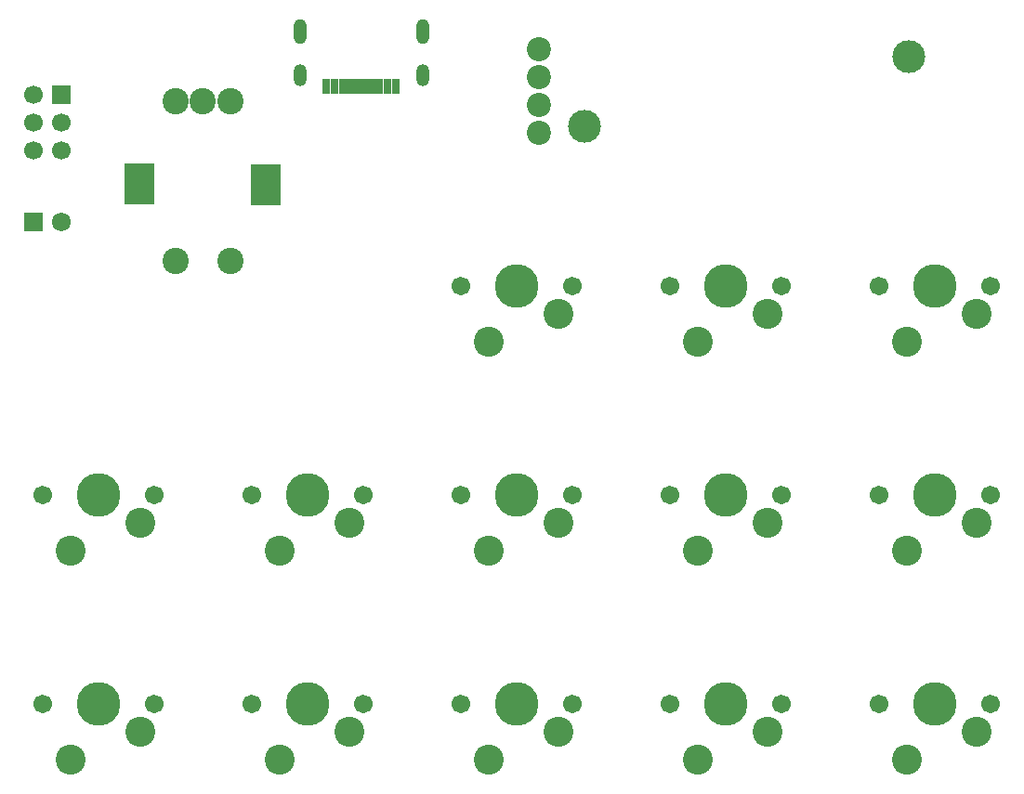
<source format=gbr>
G04 DipTrace 3.1.0.1*
G04 TopMask.gbr*
%MOIN*%
G04 #@! TF.FileFunction,Soldermask,Top*
G04 #@! TF.Part,Single*
%ADD19C,0.086614*%
%ADD43C,0.11811*%
%ADD44C,0.157*%
%ADD45C,0.067*%
%ADD54R,0.066929X0.066929*%
%ADD56C,0.066929*%
%ADD58R,0.031496X0.05315*%
%ADD60O,0.047244X0.090551*%
%ADD62O,0.047244X0.07874*%
%ADD64R,0.019685X0.05315*%
%ADD66C,0.107874*%
%ADD68C,0.067874*%
%ADD70R,0.067874X0.067874*%
%ADD85R,0.106299X0.145669*%
%ADD87C,0.094488*%
%FSLAX26Y26*%
G04*
G70*
G90*
G75*
G01*
G04 TopMask*
%LPD*%
D87*
X1025591Y2913387D3*
X1222441D3*
X1124016D3*
X1025591Y2342521D3*
X1222441D3*
D85*
X897638Y2618112D3*
X1350394Y2614175D3*
D19*
X2331693Y3000591D3*
Y2900591D3*
Y2800591D3*
Y3100591D3*
D43*
X2494193Y2825571D3*
X3656693Y3075571D3*
D70*
X518688Y2480982D3*
D68*
X618688D3*
D66*
X2400000Y2150000D3*
X2150000Y2050000D3*
D44*
X2250000Y2250000D3*
D45*
X2050000D3*
X2450000D3*
D66*
X3150000Y2150000D3*
X2900000Y2050000D3*
D44*
X3000000Y2250000D3*
D45*
X2800000D3*
X3200000D3*
D66*
X3900000Y2150000D3*
X3650000Y2050000D3*
D44*
X3750000Y2250000D3*
D45*
X3550000D3*
X3950000D3*
D66*
X900000Y1400000D3*
X650000Y1300000D3*
D44*
X750000Y1500000D3*
D45*
X550000D3*
X950000D3*
D66*
X1650000Y1400000D3*
X1400000Y1300000D3*
D44*
X1500000Y1500000D3*
D45*
X1300000D3*
X1700000D3*
D66*
X2400000Y1400000D3*
X2150000Y1300000D3*
D44*
X2250000Y1500000D3*
D45*
X2050000D3*
X2450000D3*
D66*
X3150000Y1400000D3*
X2900000Y1300000D3*
D44*
X3000000Y1500000D3*
D45*
X2800000D3*
X3200000D3*
D66*
X3900000Y1400000D3*
X3650000Y1300000D3*
D44*
X3750000Y1500000D3*
D45*
X3550000D3*
X3950000D3*
D66*
X900000Y650000D3*
X650000Y550000D3*
D44*
X750000Y750000D3*
D45*
X550000D3*
X950000D3*
D66*
X1650000Y650000D3*
X1400000Y550000D3*
D44*
X1500000Y750000D3*
D45*
X1300000D3*
X1700000D3*
D66*
X2400000Y650000D3*
X2150000Y550000D3*
D44*
X2250000Y750000D3*
D45*
X2050000D3*
X2450000D3*
D66*
X3150000Y650000D3*
X2900000Y550000D3*
D44*
X3000000Y750000D3*
D45*
X2800000D3*
X3200000D3*
D66*
X3900000Y650000D3*
X3650000Y550000D3*
D44*
X3750000Y750000D3*
D45*
X3550000D3*
X3950000D3*
D64*
X1761811Y2968701D3*
X1742126D3*
X1722441D3*
X1702756D3*
X1663386D3*
X1683071D3*
D62*
X1472441Y3007087D3*
D60*
Y3164567D3*
D62*
X1913386Y3007087D3*
D60*
Y3164567D3*
D64*
X1643701Y2968701D3*
X1624016D3*
D58*
X1598425D3*
X1787402D3*
X1566929D3*
X1818898D3*
D56*
X518701Y2937451D3*
Y2837451D3*
Y2737451D3*
X618701D3*
Y2837451D3*
D54*
Y2937451D3*
M02*

</source>
